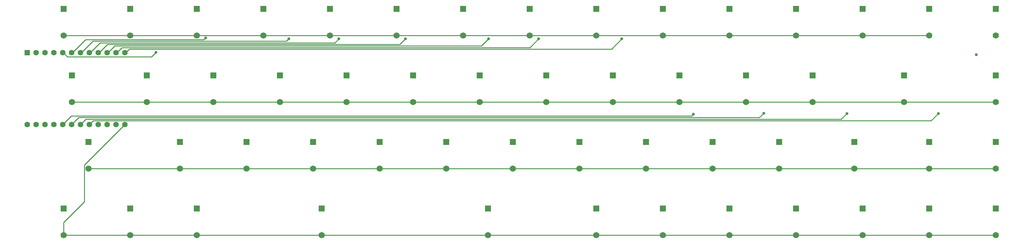
<source format=gtl>
%TF.GenerationSoftware,KiCad,Pcbnew,(6.0.10)*%
%TF.CreationDate,2023-01-15T11:01:46+05:00*%
%TF.ProjectId,key55,6b657935-352e-46b6-9963-61645f706362,rev?*%
%TF.SameCoordinates,Original*%
%TF.FileFunction,Copper,L1,Top*%
%TF.FilePolarity,Positive*%
%FSLAX46Y46*%
G04 Gerber Fmt 4.6, Leading zero omitted, Abs format (unit mm)*
G04 Created by KiCad (PCBNEW (6.0.10)) date 2023-01-15 11:01:46*
%MOMM*%
%LPD*%
G01*
G04 APERTURE LIST*
%TA.AperFunction,ComponentPad*%
%ADD10C,1.778000*%
%TD*%
%TA.AperFunction,ComponentPad*%
%ADD11R,1.778000X1.778000*%
%TD*%
%TA.AperFunction,ComponentPad*%
%ADD12R,1.600000X1.600000*%
%TD*%
%TA.AperFunction,ComponentPad*%
%ADD13C,1.600000*%
%TD*%
%TA.AperFunction,ViaPad*%
%ADD14C,0.800000*%
%TD*%
%TA.AperFunction,Conductor*%
%ADD15C,0.250000*%
%TD*%
G04 APERTURE END LIST*
D10*
%TO.P,D39,1*%
%TO.N,ROW2*%
X217283000Y-64135000D03*
D11*
%TO.P,D39,2*%
%TO.N,Net-(D39-Pad2)*%
X217283000Y-56515000D03*
%TD*%
D10*
%TO.P,D12,1*%
%TO.N,ROW0*%
X241095500Y-26035000D03*
D11*
%TO.P,D12,2*%
%TO.N,Net-(D12-Pad2)*%
X241095500Y-18415000D03*
%TD*%
D10*
%TO.P,D9,1*%
%TO.N,ROW0*%
X183945500Y-26035000D03*
D11*
%TO.P,D9,2*%
%TO.N,Net-(D9-Pad2)*%
X183945500Y-18415000D03*
%TD*%
D10*
%TO.P,D54,1*%
%TO.N,ROW3*%
X279195500Y-83185000D03*
D11*
%TO.P,D54,2*%
%TO.N,Net-(D54-Pad2)*%
X279195500Y-75565000D03*
%TD*%
D10*
%TO.P,D52,1*%
%TO.N,ROW3*%
X241095500Y-83185000D03*
D11*
%TO.P,D52,2*%
%TO.N,Net-(D52-Pad2)*%
X241095500Y-75565000D03*
%TD*%
D10*
%TO.P,D55,1*%
%TO.N,ROW3*%
X298245500Y-83185000D03*
D11*
%TO.P,D55,2*%
%TO.N,Net-(D55-Pad2)*%
X298245500Y-75565000D03*
%TD*%
D10*
%TO.P,D47,1*%
%TO.N,ROW3*%
X105364250Y-83185000D03*
D11*
%TO.P,D47,2*%
%TO.N,Net-(D47-Pad2)*%
X105364250Y-75565000D03*
%TD*%
D10*
%TO.P,D33,1*%
%TO.N,ROW2*%
X102983000Y-64135000D03*
D11*
%TO.P,D33,2*%
%TO.N,Net-(D33-Pad2)*%
X102983000Y-56515000D03*
%TD*%
D10*
%TO.P,D48,1*%
%TO.N,ROW3*%
X152989250Y-83185000D03*
D11*
%TO.P,D48,2*%
%TO.N,Net-(D48-Pad2)*%
X152989250Y-75565000D03*
%TD*%
D10*
%TO.P,D37,1*%
%TO.N,ROW2*%
X179183000Y-64135000D03*
D11*
%TO.P,D37,2*%
%TO.N,Net-(D37-Pad2)*%
X179183000Y-56515000D03*
%TD*%
D10*
%TO.P,D2,1*%
%TO.N,ROW0*%
X50595500Y-26035000D03*
D11*
%TO.P,D2,2*%
%TO.N,Net-(D2-Pad2)*%
X50595500Y-18415000D03*
%TD*%
D10*
%TO.P,D19,1*%
%TO.N,ROW1*%
X93458000Y-45085000D03*
D11*
%TO.P,D19,2*%
%TO.N,Net-(D19-Pad2)*%
X93458000Y-37465000D03*
%TD*%
D10*
%TO.P,D1,1*%
%TO.N,ROW0*%
X31545500Y-26035000D03*
D11*
%TO.P,D1,2*%
%TO.N,Net-(D1-Pad2)*%
X31545500Y-18415000D03*
%TD*%
D10*
%TO.P,D3,1*%
%TO.N,ROW0*%
X69645500Y-26035000D03*
D11*
%TO.P,D3,2*%
%TO.N,Net-(D3-Pad2)*%
X69645500Y-18415000D03*
%TD*%
D10*
%TO.P,D36,1*%
%TO.N,ROW2*%
X160133000Y-64135000D03*
D11*
%TO.P,D36,2*%
%TO.N,Net-(D36-Pad2)*%
X160133000Y-56515000D03*
%TD*%
D10*
%TO.P,D14,1*%
%TO.N,ROW0*%
X279195500Y-26035000D03*
D11*
%TO.P,D14,2*%
%TO.N,Net-(D14-Pad2)*%
X279195500Y-18415000D03*
%TD*%
D10*
%TO.P,D13,1*%
%TO.N,ROW0*%
X260145500Y-26035000D03*
D11*
%TO.P,D13,2*%
%TO.N,Net-(D13-Pad2)*%
X260145500Y-18415000D03*
%TD*%
D10*
%TO.P,D30,1*%
%TO.N,ROW2*%
X38689250Y-64135000D03*
D11*
%TO.P,D30,2*%
%TO.N,Net-(D30-Pad2)*%
X38689250Y-56515000D03*
%TD*%
D10*
%TO.P,D25,1*%
%TO.N,ROW1*%
X207758000Y-45085000D03*
D11*
%TO.P,D25,2*%
%TO.N,Net-(D25-Pad2)*%
X207758000Y-37465000D03*
%TD*%
D10*
%TO.P,D45,1*%
%TO.N,ROW3*%
X50595500Y-83185000D03*
D11*
%TO.P,D45,2*%
%TO.N,Net-(D45-Pad2)*%
X50595500Y-75565000D03*
%TD*%
D10*
%TO.P,D21,1*%
%TO.N,ROW1*%
X131558000Y-45085000D03*
D11*
%TO.P,D21,2*%
%TO.N,Net-(D21-Pad2)*%
X131558000Y-37465000D03*
%TD*%
D10*
%TO.P,D34,1*%
%TO.N,ROW2*%
X122033000Y-64135000D03*
D11*
%TO.P,D34,2*%
%TO.N,Net-(D34-Pad2)*%
X122033000Y-56515000D03*
%TD*%
D10*
%TO.P,D4,1*%
%TO.N,ROW0*%
X88695500Y-26035000D03*
D11*
%TO.P,D4,2*%
%TO.N,Net-(D4-Pad2)*%
X88695500Y-18415000D03*
%TD*%
D10*
%TO.P,D31,1*%
%TO.N,ROW2*%
X64883000Y-64135000D03*
D11*
%TO.P,D31,2*%
%TO.N,Net-(D31-Pad2)*%
X64883000Y-56515000D03*
%TD*%
D10*
%TO.P,D5,1*%
%TO.N,ROW0*%
X107745500Y-26035000D03*
D11*
%TO.P,D5,2*%
%TO.N,Net-(D5-Pad2)*%
X107745500Y-18415000D03*
%TD*%
D10*
%TO.P,D41,1*%
%TO.N,ROW2*%
X257764250Y-64135000D03*
D11*
%TO.P,D41,2*%
%TO.N,Net-(D41-Pad2)*%
X257764250Y-56515000D03*
%TD*%
D10*
%TO.P,D15,1*%
%TO.N,ROW3*%
X298245500Y-26035000D03*
D11*
%TO.P,D15,2*%
%TO.N,Net-(D15-Pad2)*%
X298245500Y-18415000D03*
%TD*%
D10*
%TO.P,D35,1*%
%TO.N,ROW2*%
X141083000Y-64135000D03*
D11*
%TO.P,D35,2*%
%TO.N,Net-(D35-Pad2)*%
X141083000Y-56515000D03*
%TD*%
D10*
%TO.P,D38,1*%
%TO.N,ROW2*%
X198233000Y-64135000D03*
D11*
%TO.P,D38,2*%
%TO.N,Net-(D38-Pad2)*%
X198233000Y-56515000D03*
%TD*%
D10*
%TO.P,D16,1*%
%TO.N,ROW1*%
X33926750Y-45085000D03*
D11*
%TO.P,D16,2*%
%TO.N,Net-(D16-Pad2)*%
X33926750Y-37465000D03*
%TD*%
D10*
%TO.P,D26,1*%
%TO.N,ROW1*%
X226808000Y-45085000D03*
D11*
%TO.P,D26,2*%
%TO.N,Net-(D26-Pad2)*%
X226808000Y-37465000D03*
%TD*%
D10*
%TO.P,D51,1*%
%TO.N,ROW3*%
X222045500Y-83185000D03*
D11*
%TO.P,D51,2*%
%TO.N,Net-(D51-Pad2)*%
X222045500Y-75565000D03*
%TD*%
D10*
%TO.P,D53,1*%
%TO.N,ROW3*%
X260145500Y-83185000D03*
D11*
%TO.P,D53,2*%
%TO.N,Net-(D53-Pad2)*%
X260145500Y-75565000D03*
%TD*%
D10*
%TO.P,D22,1*%
%TO.N,ROW1*%
X150608000Y-45085000D03*
D11*
%TO.P,D22,2*%
%TO.N,Net-(D22-Pad2)*%
X150608000Y-37465000D03*
%TD*%
D10*
%TO.P,D27,1*%
%TO.N,ROW1*%
X245858000Y-45085000D03*
D11*
%TO.P,D27,2*%
%TO.N,Net-(D27-Pad2)*%
X245858000Y-37465000D03*
%TD*%
D10*
%TO.P,D44,1*%
%TO.N,ROW3*%
X31545500Y-83185000D03*
D11*
%TO.P,D44,2*%
%TO.N,Net-(D44-Pad2)*%
X31545500Y-75565000D03*
%TD*%
D10*
%TO.P,D42,1*%
%TO.N,ROW2*%
X279195500Y-64135000D03*
D11*
%TO.P,D42,2*%
%TO.N,Net-(D42-Pad2)*%
X279195500Y-56515000D03*
%TD*%
D10*
%TO.P,D17,1*%
%TO.N,ROW1*%
X55358000Y-45085000D03*
D11*
%TO.P,D17,2*%
%TO.N,Net-(D17-Pad2)*%
X55358000Y-37465000D03*
%TD*%
D10*
%TO.P,D46,1*%
%TO.N,ROW3*%
X69645500Y-83185000D03*
D11*
%TO.P,D46,2*%
%TO.N,Net-(D46-Pad2)*%
X69645500Y-75565000D03*
%TD*%
D10*
%TO.P,D32,1*%
%TO.N,ROW2*%
X83933000Y-64135000D03*
D11*
%TO.P,D32,2*%
%TO.N,Net-(D32-Pad2)*%
X83933000Y-56515000D03*
%TD*%
D10*
%TO.P,D23,1*%
%TO.N,ROW1*%
X169658000Y-45085000D03*
D11*
%TO.P,D23,2*%
%TO.N,Net-(D23-Pad2)*%
X169658000Y-37465000D03*
%TD*%
D10*
%TO.P,D11,1*%
%TO.N,ROW0*%
X222045500Y-26035000D03*
D11*
%TO.P,D11,2*%
%TO.N,Net-(D11-Pad2)*%
X222045500Y-18415000D03*
%TD*%
D10*
%TO.P,D29,1*%
%TO.N,ROW1*%
X298245500Y-45085000D03*
D11*
%TO.P,D29,2*%
%TO.N,Net-(D29-Pad2)*%
X298245500Y-37465000D03*
%TD*%
D10*
%TO.P,D6,1*%
%TO.N,ROW0*%
X126795500Y-26035000D03*
D11*
%TO.P,D6,2*%
%TO.N,Net-(D6-Pad2)*%
X126795500Y-18415000D03*
%TD*%
D10*
%TO.P,D8,1*%
%TO.N,ROW0*%
X164895500Y-26035000D03*
D11*
%TO.P,D8,2*%
%TO.N,Net-(D8-Pad2)*%
X164895500Y-18415000D03*
%TD*%
D10*
%TO.P,D28,1*%
%TO.N,ROW1*%
X272051750Y-45085000D03*
D11*
%TO.P,D28,2*%
%TO.N,Net-(D28-Pad2)*%
X272051750Y-37465000D03*
%TD*%
D10*
%TO.P,D50,1*%
%TO.N,ROW3*%
X202995500Y-83185000D03*
D11*
%TO.P,D50,2*%
%TO.N,Net-(D50-Pad2)*%
X202995500Y-75565000D03*
%TD*%
D10*
%TO.P,D24,1*%
%TO.N,ROW1*%
X188708000Y-45085000D03*
D11*
%TO.P,D24,2*%
%TO.N,Net-(D24-Pad2)*%
X188708000Y-37465000D03*
%TD*%
D10*
%TO.P,D43,1*%
%TO.N,ROW2*%
X298245500Y-64135000D03*
D11*
%TO.P,D43,2*%
%TO.N,Net-(D43-Pad2)*%
X298245500Y-56515000D03*
%TD*%
D10*
%TO.P,D49,1*%
%TO.N,ROW3*%
X183945500Y-83185000D03*
D11*
%TO.P,D49,2*%
%TO.N,Net-(D49-Pad2)*%
X183945500Y-75565000D03*
%TD*%
D10*
%TO.P,D10,1*%
%TO.N,ROW0*%
X202995500Y-26035000D03*
D11*
%TO.P,D10,2*%
%TO.N,Net-(D10-Pad2)*%
X202995500Y-18415000D03*
%TD*%
D10*
%TO.P,D18,1*%
%TO.N,ROW1*%
X74408000Y-45085000D03*
D11*
%TO.P,D18,2*%
%TO.N,Net-(D18-Pad2)*%
X74408000Y-37465000D03*
%TD*%
D10*
%TO.P,D20,1*%
%TO.N,ROW1*%
X112508000Y-45085000D03*
D11*
%TO.P,D20,2*%
%TO.N,Net-(D20-Pad2)*%
X112508000Y-37465000D03*
%TD*%
D10*
%TO.P,D7,1*%
%TO.N,ROW0*%
X145845500Y-26035000D03*
D11*
%TO.P,D7,2*%
%TO.N,Net-(D7-Pad2)*%
X145845500Y-18415000D03*
%TD*%
D10*
%TO.P,D40,1*%
%TO.N,ROW2*%
X236333000Y-64135000D03*
D11*
%TO.P,D40,2*%
%TO.N,Net-(D40-Pad2)*%
X236333000Y-56515000D03*
%TD*%
D12*
%TO.P,U1,1,TX*%
%TO.N,COL0*%
X21138000Y-30988000D03*
D13*
%TO.P,U1,2,RX*%
%TO.N,COL1*%
X23678000Y-30988000D03*
%TO.P,U1,3,GND*%
%TO.N,unconnected-(U1-Pad3)*%
X26218000Y-30988000D03*
%TO.P,U1,4,GND*%
%TO.N,unconnected-(U1-Pad4)*%
X28758000Y-30988000D03*
%TO.P,U1,5,SDA*%
%TO.N,COL2*%
X31298000Y-30988000D03*
%TO.P,U1,6,SCL*%
%TO.N,COL3*%
X33838000Y-30988000D03*
%TO.P,U1,7,D4*%
%TO.N,COL4*%
X36378000Y-30988000D03*
%TO.P,U1,8,C6*%
%TO.N,COL5*%
X38918000Y-30988000D03*
%TO.P,U1,9,D7*%
%TO.N,COL6*%
X41458000Y-30988000D03*
%TO.P,U1,10,E6*%
%TO.N,COL7*%
X43998000Y-30988000D03*
%TO.P,U1,11,B4*%
%TO.N,COL8*%
X46538000Y-30988000D03*
%TO.P,U1,12,B5*%
%TO.N,COL9*%
X49078000Y-30988000D03*
%TO.P,U1,13,B6*%
%TO.N,ROW3*%
X49078000Y-51562000D03*
%TO.P,U1,14,B2*%
%TO.N,ROW2*%
X46538000Y-51562000D03*
%TO.P,U1,15,B3*%
%TO.N,ROW1*%
X43998000Y-51562000D03*
%TO.P,U1,16,B1*%
%TO.N,ROW0*%
X41458000Y-51562000D03*
%TO.P,U1,17,F7*%
%TO.N,COL13*%
X38918000Y-51562000D03*
%TO.P,U1,18,F6*%
%TO.N,COL12*%
X36378000Y-51562000D03*
%TO.P,U1,19,F5*%
%TO.N,COL11*%
X33838000Y-51562000D03*
%TO.P,U1,20,F4*%
%TO.N,COL10*%
X31298000Y-51562000D03*
%TO.P,U1,21,VCC*%
%TO.N,unconnected-(U1-Pad21)*%
X28758000Y-51562000D03*
%TO.P,U1,22,RST*%
%TO.N,unconnected-(U1-Pad22)*%
X26218000Y-51562000D03*
%TO.P,U1,23,GND*%
%TO.N,unconnected-(U1-Pad23)*%
X23678000Y-51562000D03*
%TO.P,U1,24,RAW*%
%TO.N,unconnected-(U1-Pad24)*%
X21138000Y-51562000D03*
%TD*%
D14*
%TO.N,ROW3*%
X292712125Y-31568375D03*
%TO.N,COL2*%
X58002500Y-30897500D03*
%TO.N,COL3*%
X72231250Y-26759500D03*
%TO.N,COL4*%
X96043750Y-26987500D03*
%TO.N,COL5*%
X110331250Y-26987500D03*
%TO.N,COL6*%
X129381250Y-26987500D03*
%TO.N,COL7*%
X153193750Y-26987500D03*
%TO.N,COL8*%
X167481250Y-26987500D03*
%TO.N,COL9*%
X191293750Y-26987500D03*
%TO.N,COL10*%
X211773000Y-48577000D03*
%TO.N,COL11*%
X231883750Y-48310000D03*
%TO.N,COL12*%
X255646250Y-48360000D03*
%TO.N,COL13*%
X281840000Y-48360000D03*
%TD*%
D15*
%TO.N,ROW0*%
X31545500Y-26035000D02*
X50595500Y-26035000D01*
X50595500Y-26035000D02*
X279195500Y-26035000D01*
%TO.N,ROW3*%
X298245500Y-83185000D02*
X31545500Y-83185000D01*
X37475250Y-63164750D02*
X37475250Y-73649750D01*
X49078000Y-51562000D02*
X37475250Y-63164750D01*
X37475250Y-73649750D02*
X31545500Y-79579500D01*
X31545500Y-79579500D02*
X31545500Y-83185000D01*
%TO.N,ROW1*%
X298245500Y-45085000D02*
X33926750Y-45085000D01*
%TO.N,ROW2*%
X38689250Y-64135000D02*
X298245500Y-64135000D01*
%TO.N,COL2*%
X56742000Y-32158000D02*
X58002500Y-30897500D01*
X31515500Y-31033000D02*
X32640500Y-32158000D01*
X32640500Y-32158000D02*
X56742000Y-32158000D01*
%TO.N,COL3*%
X37839500Y-27249000D02*
X34055500Y-31033000D01*
X72231250Y-26759500D02*
X71741750Y-27249000D01*
X71741750Y-27249000D02*
X37839500Y-27249000D01*
%TO.N,COL4*%
X39929500Y-27699000D02*
X95332250Y-27699000D01*
X95332250Y-27699000D02*
X96043750Y-26987500D01*
X36595500Y-31033000D02*
X39929500Y-27699000D01*
%TO.N,COL5*%
X109169750Y-28149000D02*
X110331250Y-26987500D01*
X42019500Y-28149000D02*
X109169750Y-28149000D01*
X39135500Y-31033000D02*
X42019500Y-28149000D01*
%TO.N,COL6*%
X127769750Y-28599000D02*
X129381250Y-26987500D01*
X41675500Y-31033000D02*
X44109500Y-28599000D01*
X44109500Y-28599000D02*
X127769750Y-28599000D01*
%TO.N,COL7*%
X151132250Y-29049000D02*
X153193750Y-26987500D01*
X44215500Y-31033000D02*
X46199500Y-29049000D01*
X46199500Y-29049000D02*
X151132250Y-29049000D01*
%TO.N,COL8*%
X46755500Y-31033000D02*
X48289500Y-29499000D01*
X164969750Y-29499000D02*
X167481250Y-26987500D01*
X48289500Y-29499000D02*
X164969750Y-29499000D01*
%TO.N,COL9*%
X188332250Y-29949000D02*
X50379500Y-29949000D01*
X50379500Y-29949000D02*
X49295500Y-31033000D01*
X191293750Y-26987500D02*
X188332250Y-29949000D01*
%TO.N,COL10*%
X211263000Y-49087000D02*
X211773000Y-48577000D01*
X31298000Y-51562000D02*
X33773000Y-49087000D01*
X33773000Y-49087000D02*
X211263000Y-49087000D01*
%TO.N,COL11*%
X230656750Y-49537000D02*
X35863000Y-49537000D01*
X231883750Y-48310000D02*
X230656750Y-49537000D01*
X35863000Y-49537000D02*
X33838000Y-51562000D01*
%TO.N,COL12*%
X79375000Y-49987000D02*
X254019250Y-49987000D01*
X37953000Y-49987000D02*
X79375000Y-49987000D01*
X255646250Y-48360000D02*
X254019250Y-49987000D01*
X36378000Y-51562000D02*
X37953000Y-49987000D01*
%TO.N,COL13*%
X40043000Y-50437000D02*
X279763000Y-50437000D01*
X281840000Y-48360000D02*
X279763000Y-50437000D01*
X38918000Y-51562000D02*
X40043000Y-50437000D01*
%TD*%
M02*

</source>
